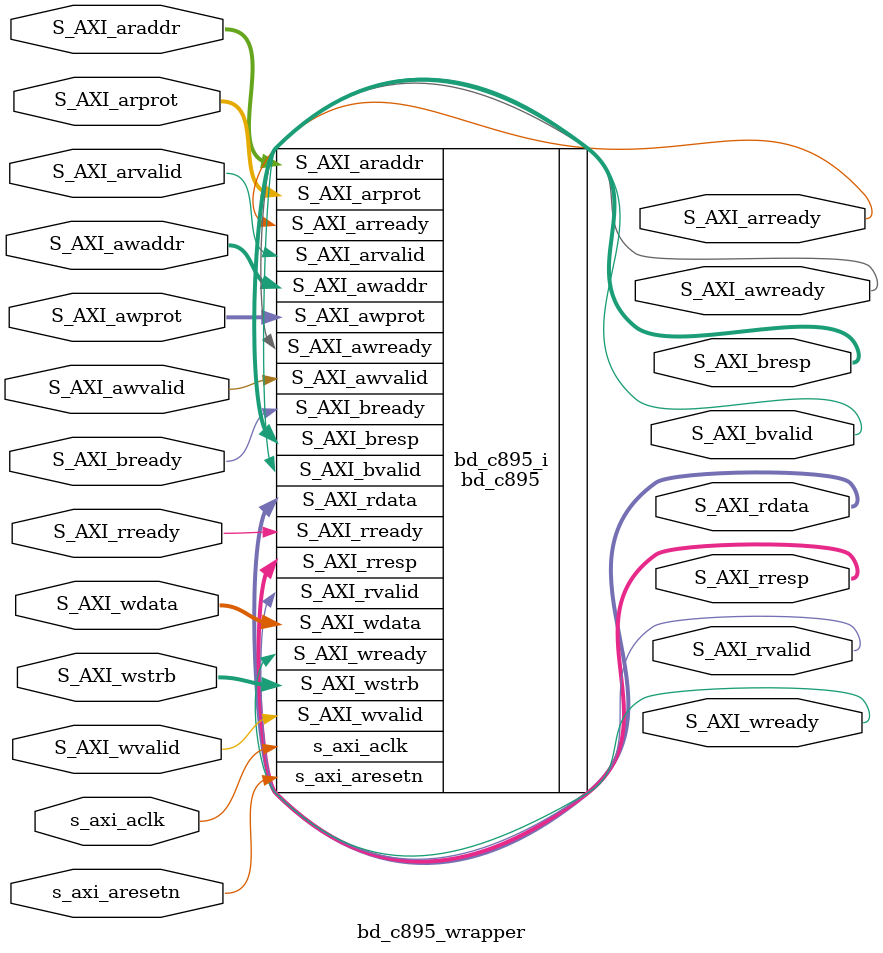
<source format=v>
`timescale 1 ps / 1 ps

module bd_c895_wrapper
   (S_AXI_araddr,
    S_AXI_arprot,
    S_AXI_arready,
    S_AXI_arvalid,
    S_AXI_awaddr,
    S_AXI_awprot,
    S_AXI_awready,
    S_AXI_awvalid,
    S_AXI_bready,
    S_AXI_bresp,
    S_AXI_bvalid,
    S_AXI_rdata,
    S_AXI_rready,
    S_AXI_rresp,
    S_AXI_rvalid,
    S_AXI_wdata,
    S_AXI_wready,
    S_AXI_wstrb,
    S_AXI_wvalid,
    s_axi_aclk,
    s_axi_aresetn);
  input [4:0]S_AXI_araddr;
  input [2:0]S_AXI_arprot;
  output S_AXI_arready;
  input S_AXI_arvalid;
  input [4:0]S_AXI_awaddr;
  input [2:0]S_AXI_awprot;
  output S_AXI_awready;
  input S_AXI_awvalid;
  input S_AXI_bready;
  output [1:0]S_AXI_bresp;
  output S_AXI_bvalid;
  output [31:0]S_AXI_rdata;
  input S_AXI_rready;
  output [1:0]S_AXI_rresp;
  output S_AXI_rvalid;
  input [31:0]S_AXI_wdata;
  output S_AXI_wready;
  input [3:0]S_AXI_wstrb;
  input S_AXI_wvalid;
  input s_axi_aclk;
  input s_axi_aresetn;

  wire [4:0]S_AXI_araddr;
  wire [2:0]S_AXI_arprot;
  wire S_AXI_arready;
  wire S_AXI_arvalid;
  wire [4:0]S_AXI_awaddr;
  wire [2:0]S_AXI_awprot;
  wire S_AXI_awready;
  wire S_AXI_awvalid;
  wire S_AXI_bready;
  wire [1:0]S_AXI_bresp;
  wire S_AXI_bvalid;
  wire [31:0]S_AXI_rdata;
  wire S_AXI_rready;
  wire [1:0]S_AXI_rresp;
  wire S_AXI_rvalid;
  wire [31:0]S_AXI_wdata;
  wire S_AXI_wready;
  wire [3:0]S_AXI_wstrb;
  wire S_AXI_wvalid;
  wire s_axi_aclk;
  wire s_axi_aresetn;

  bd_c895 bd_c895_i
       (.S_AXI_araddr(S_AXI_araddr),
        .S_AXI_arprot(S_AXI_arprot),
        .S_AXI_arready(S_AXI_arready),
        .S_AXI_arvalid(S_AXI_arvalid),
        .S_AXI_awaddr(S_AXI_awaddr),
        .S_AXI_awprot(S_AXI_awprot),
        .S_AXI_awready(S_AXI_awready),
        .S_AXI_awvalid(S_AXI_awvalid),
        .S_AXI_bready(S_AXI_bready),
        .S_AXI_bresp(S_AXI_bresp),
        .S_AXI_bvalid(S_AXI_bvalid),
        .S_AXI_rdata(S_AXI_rdata),
        .S_AXI_rready(S_AXI_rready),
        .S_AXI_rresp(S_AXI_rresp),
        .S_AXI_rvalid(S_AXI_rvalid),
        .S_AXI_wdata(S_AXI_wdata),
        .S_AXI_wready(S_AXI_wready),
        .S_AXI_wstrb(S_AXI_wstrb),
        .S_AXI_wvalid(S_AXI_wvalid),
        .s_axi_aclk(s_axi_aclk),
        .s_axi_aresetn(s_axi_aresetn));
endmodule

</source>
